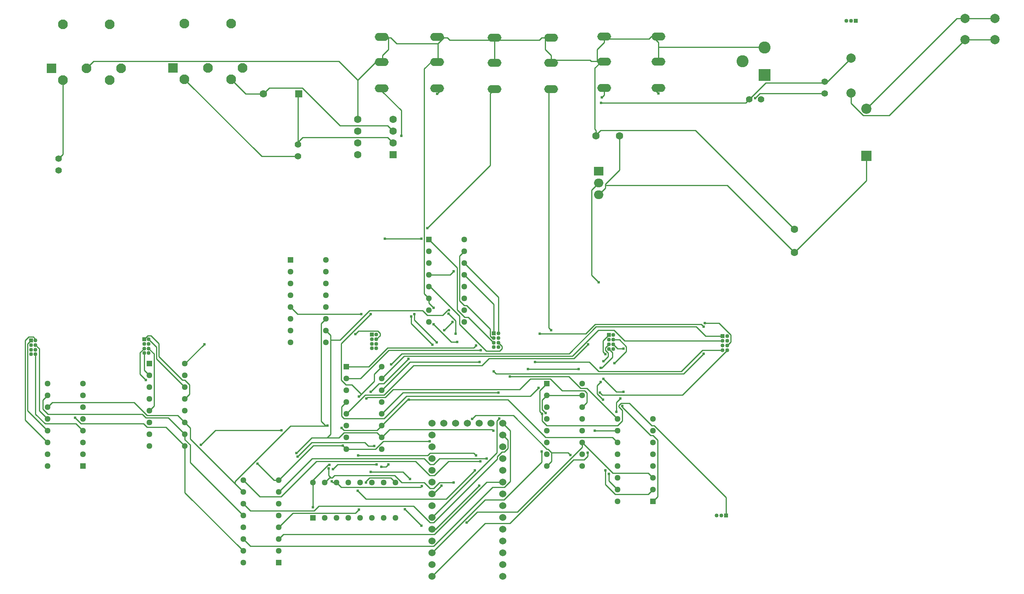
<source format=gbl>
G04 Layer: BottomLayer*
G04 EasyEDA Pro v2.2.35.2, 2025-01-25 12:46:23*
G04 Gerber Generator version 0.3*
G04 Scale: 100 percent, Rotated: No, Reflected: No*
G04 Dimensions in millimeters*
G04 Leading zeros omitted, absolute positions, 4 integers and 5 decimals*
%FSLAX45Y45*%
%MOMM*%
%ADD10C,2.0*%
%ADD11O,3.008X1.708*%
%ADD12R,1.2954X1.2954*%
%ADD13C,1.2954*%
%ADD14C,1.6*%
%ADD15C,1.4*%
%ADD16R,2.2X2.2*%
%ADD17C,2.2*%
%ADD18R,1.6X1.6*%
%ADD19R,2.6082X2.6*%
%ADD20R,2.6X2.6*%
%ADD21C,2.6*%
%ADD22C,1.53*%
%ADD23R,1.2954X1.2954*%
%ADD24R,2.1X2.1*%
%ADD25C,2.1*%
%ADD26R,1.2954X1.2954*%
%ADD27R,1.6X1.6*%
%ADD28R,2.0X1.905*%
%ADD29O,2.0X1.905*%
%ADD30R,0.85X0.85*%
%ADD31C,0.85*%
%ADD32R,0.85X0.85*%
%ADD33C,0.61*%
%ADD34C,0.254*%
G75*


G04 Pad Start*
G54D10*
G01X21020800Y-266700D03*
G01X20370800Y-266700D03*
G01X21020800Y-716700D03*
G01X20370800Y-716700D03*
G54D11*
G01X10236200Y-676300D03*
G01X10236200Y-1216300D03*
G01X10236200Y-1786300D03*
G54D12*
G01X5588000Y-12001500D03*
G54D13*
G01X5588000Y-11747500D03*
G01X5588000Y-11493500D03*
G01X5588000Y-11239500D03*
G01X5588000Y-10985500D03*
G01X5588000Y-10731500D03*
G01X5588000Y-10477500D03*
G01X5588000Y-10223500D03*
G01X4826000Y-10223500D03*
G01X4826000Y-10477500D03*
G01X4826000Y-10731500D03*
G01X4826000Y-10985500D03*
G01X4826000Y-11239500D03*
G01X4826000Y-11493500D03*
G01X4826000Y-11747500D03*
G01X4826000Y-12001500D03*
G54D10*
G01X17919700Y-1117600D03*
G01X17919700Y-1867600D03*
G54D14*
G01X12928600Y-2794000D03*
G01X12428600Y-2794000D03*
G01X16700500Y-5308600D03*
G01X16700500Y-4808600D03*
G54D15*
G01X6007100Y-3238500D03*
G01X6007100Y-2984500D03*
G54D16*
G01X18249900Y-3225800D03*
G54D17*
G01X18249900Y-2209800D03*
G54D18*
G01X6019800Y-1892300D03*
G54D14*
G01X5257800Y-1892300D03*
G54D20*
G01X16052800Y-1485900D03*
G54D21*
G01X16052800Y-885900D03*
G01X15582800Y-1185900D03*
G54D22*
G01X10414000Y-12039600D03*
G01X10414000Y-11785600D03*
G01X10414000Y-11531600D03*
G01X10414000Y-11277600D03*
G01X9906000Y-8991600D03*
G01X8890000Y-11785600D03*
G01X10414000Y-11023600D03*
G01X10414000Y-10769600D03*
G01X10414000Y-10515600D03*
G01X10414000Y-10261600D03*
G01X10414000Y-10007600D03*
G01X10414000Y-9753600D03*
G01X10414000Y-9499600D03*
G01X10414000Y-9245600D03*
G01X10414000Y-8991600D03*
G01X8890000Y-8991600D03*
G01X8890000Y-9245600D03*
G01X8890000Y-9499600D03*
G01X8890000Y-9753600D03*
G01X8890000Y-10007600D03*
G01X8890000Y-10261600D03*
G01X8890000Y-10515600D03*
G01X8890000Y-10769600D03*
G01X8890000Y-11023600D03*
G01X8890000Y-11277600D03*
G01X8890000Y-11531600D03*
G01X10414000Y-12293600D03*
G01X9652000Y-8991600D03*
G01X8890000Y-12039600D03*
G01X9144000Y-8991600D03*
G01X9398000Y-8991600D03*
G01X10160000Y-8991600D03*
G01X8890000Y-12293600D03*
G54D23*
G01X11366500Y-8140700D03*
G54D13*
G01X11366500Y-8394700D03*
G01X11366500Y-8648700D03*
G01X11366500Y-8902700D03*
G01X11366500Y-9156700D03*
G01X11366500Y-9410700D03*
G01X11366500Y-9664700D03*
G01X11366500Y-9918700D03*
G01X12128500Y-9918700D03*
G01X12128500Y-9664700D03*
G01X12128500Y-9410700D03*
G01X12128500Y-9156700D03*
G01X12128500Y-8902700D03*
G01X12128500Y-8648700D03*
G01X12128500Y-8394700D03*
G01X12128500Y-8140700D03*
G54D24*
G01X3314000Y-1325900D03*
G54D25*
G01X4064000Y-1325900D03*
G01X4814000Y-1325900D03*
G01X3564000Y-1575900D03*
G01X4564000Y-1575900D03*
G01X4564000Y-375900D03*
G01X3564000Y-375900D03*
G54D23*
G01X5842000Y-5473700D03*
G54D13*
G01X5842000Y-5727700D03*
G01X5842000Y-5981700D03*
G01X5842000Y-6235700D03*
G01X5842000Y-6489700D03*
G01X5842000Y-6743700D03*
G01X5842000Y-6997700D03*
G01X5842000Y-7251700D03*
G01X6604000Y-7251700D03*
G01X6604000Y-6997700D03*
G01X6604000Y-6743700D03*
G01X6604000Y-6489700D03*
G01X6604000Y-6235700D03*
G01X6604000Y-5981700D03*
G01X6604000Y-5727700D03*
G01X6604000Y-5473700D03*
G54D26*
G01X6324600Y-11036300D03*
G54D13*
G01X6578600Y-11036300D03*
G01X6832600Y-11036300D03*
G01X7086600Y-11036300D03*
G01X7340600Y-11036300D03*
G01X7594600Y-11036300D03*
G01X7848600Y-11036300D03*
G01X8102600Y-11036300D03*
G01X8102600Y-10274300D03*
G01X7848600Y-10274300D03*
G01X7594600Y-10274300D03*
G01X7340600Y-10274300D03*
G01X7086600Y-10274300D03*
G01X6832600Y-10274300D03*
G01X6578600Y-10274300D03*
G01X6324600Y-10274300D03*
G54D11*
G01X12598400Y-650900D03*
G01X12598400Y-1190900D03*
G01X12598400Y-1760900D03*
G54D23*
G01X2806700Y-7708900D03*
G54D13*
G01X2806700Y-7962900D03*
G01X2806700Y-8216900D03*
G01X2806700Y-8470900D03*
G01X2806700Y-8724900D03*
G01X2806700Y-8978900D03*
G01X2806700Y-9232900D03*
G01X2806700Y-9486900D03*
G01X3568700Y-9486900D03*
G01X3568700Y-9232900D03*
G01X3568700Y-8978900D03*
G01X3568700Y-8724900D03*
G01X3568700Y-8470900D03*
G01X3568700Y-8216900D03*
G01X3568700Y-7962900D03*
G01X3568700Y-7708900D03*
G54D11*
G01X13766800Y-650900D03*
G01X13766800Y-1190900D03*
G01X13766800Y-1760900D03*
G54D15*
G01X17348200Y-1625600D03*
G01X17348200Y-1879600D03*
G54D23*
G01X7048500Y-7772400D03*
G54D13*
G01X7048500Y-8026400D03*
G01X7048500Y-8280400D03*
G01X7048500Y-8534400D03*
G01X7048500Y-8788400D03*
G01X7048500Y-9042400D03*
G01X7048500Y-9296400D03*
G01X7048500Y-9550400D03*
G01X7810500Y-9550400D03*
G01X7810500Y-9296400D03*
G01X7810500Y-9042400D03*
G01X7810500Y-8788400D03*
G01X7810500Y-8534400D03*
G01X7810500Y-8280400D03*
G01X7810500Y-8026400D03*
G01X7810500Y-7772400D03*
G54D27*
G01X8051800Y-3200400D03*
G54D14*
G01X8051800Y-2946400D03*
G01X8051800Y-2692400D03*
G01X8051800Y-2438400D03*
G01X7289800Y-2438400D03*
G01X7289800Y-2692400D03*
G01X7289800Y-2946400D03*
G01X7289800Y-3200400D03*
G54D12*
G01X13652500Y-10680700D03*
G54D13*
G01X13652500Y-10426700D03*
G01X13652500Y-10172700D03*
G01X13652500Y-9918700D03*
G01X13652500Y-9664700D03*
G01X13652500Y-9410700D03*
G01X13652500Y-9156700D03*
G01X13652500Y-8902700D03*
G01X12890500Y-8902700D03*
G01X12890500Y-9156700D03*
G01X12890500Y-9410700D03*
G01X12890500Y-9664700D03*
G01X12890500Y-9918700D03*
G01X12890500Y-10172700D03*
G01X12890500Y-10426700D03*
G01X12890500Y-10680700D03*
G54D12*
G01X1371600Y-9918700D03*
G54D13*
G01X1371600Y-9664700D03*
G01X1371600Y-9410700D03*
G01X1371600Y-9156700D03*
G01X1371600Y-8902700D03*
G01X1371600Y-8648700D03*
G01X1371600Y-8394700D03*
G01X1371600Y-8140700D03*
G01X609600Y-8140700D03*
G01X609600Y-8394700D03*
G01X609600Y-8648700D03*
G01X609600Y-8902700D03*
G01X609600Y-9156700D03*
G01X609600Y-9410700D03*
G01X609600Y-9664700D03*
G01X609600Y-9918700D03*
G54D11*
G01X11455400Y-676300D03*
G01X11455400Y-1216300D03*
G01X11455400Y-1786300D03*
G54D23*
G01X8826500Y-5029200D03*
G54D13*
G01X8826500Y-5283200D03*
G01X8826500Y-5537200D03*
G01X8826500Y-5791200D03*
G01X8826500Y-6045200D03*
G01X8826500Y-6299200D03*
G01X8826500Y-6553200D03*
G01X8826500Y-6807200D03*
G01X9588500Y-6807200D03*
G01X9588500Y-6553200D03*
G01X9588500Y-6299200D03*
G01X9588500Y-6045200D03*
G01X9588500Y-5791200D03*
G01X9588500Y-5537200D03*
G01X9588500Y-5283200D03*
G01X9588500Y-5029200D03*
G54D24*
G01X697800Y-1338600D03*
G54D25*
G01X1447800Y-1338600D03*
G01X2197800Y-1338600D03*
G01X947800Y-1588600D03*
G01X1947800Y-1588600D03*
G01X1947800Y-388600D03*
G01X947800Y-388600D03*
G54D15*
G01X850900Y-3289300D03*
G01X850900Y-3543300D03*
G54D11*
G01X9004300Y-663600D03*
G01X9004300Y-1203600D03*
G01X9004300Y-1773600D03*
G54D28*
G01X12484100Y-3556000D03*
G54D29*
G01X12484100Y-3810000D03*
G01X12484100Y-4064000D03*
G54D11*
G01X7810500Y-663600D03*
G01X7810500Y-1203600D03*
G01X7810500Y-1773600D03*
G54D15*
G01X15722600Y-2006600D03*
G01X15976600Y-2006600D03*
G54D30*
G01X254000Y-7205700D03*
G54D31*
G01X354000Y-7205700D03*
G01X254000Y-7305700D03*
G01X354000Y-7305700D03*
G01X254000Y-7405700D03*
G01X354000Y-7405700D03*
G01X254000Y-7505700D03*
G01X354000Y-7505700D03*
G54D30*
G01X2692400Y-7180300D03*
G54D31*
G01X2792400Y-7180300D03*
G01X2692400Y-7280300D03*
G01X2792400Y-7280300D03*
G01X2692400Y-7380300D03*
G01X2792400Y-7380300D03*
G01X2692400Y-7480300D03*
G01X2792400Y-7480300D03*
G54D30*
G01X7594600Y-7078700D03*
G54D31*
G01X7694600Y-7078700D03*
G01X7594600Y-7178700D03*
G01X7694600Y-7178700D03*
G01X7594600Y-7278700D03*
G01X7694600Y-7278700D03*
G01X7594600Y-7378700D03*
G01X7694600Y-7378700D03*
G54D30*
G01X10223500Y-7053300D03*
G54D31*
G01X10323500Y-7053300D03*
G01X10223500Y-7153300D03*
G01X10323500Y-7153300D03*
G01X10223500Y-7253300D03*
G01X10323500Y-7253300D03*
G01X10223500Y-7353300D03*
G01X10323500Y-7353300D03*
G54D30*
G01X12700000Y-7091400D03*
G54D31*
G01X12800000Y-7091400D03*
G01X12700000Y-7191400D03*
G01X12800000Y-7191400D03*
G01X12700000Y-7291400D03*
G01X12800000Y-7291400D03*
G01X12700000Y-7391400D03*
G01X12800000Y-7391400D03*
G54D30*
G01X15151100Y-7116800D03*
G54D31*
G01X15251100Y-7116800D03*
G01X15151100Y-7216800D03*
G01X15251100Y-7216800D03*
G01X15151100Y-7316800D03*
G01X15251100Y-7316800D03*
G01X15151100Y-7416800D03*
G01X15251100Y-7416800D03*
G54D32*
G01X18022000Y-317000D03*
G54D31*
G01X17922000Y-317000D03*
G01X17822000Y-317000D03*
G54D32*
G01X15228000Y-10985000D03*
G54D31*
G01X15128000Y-10985000D03*
G01X15028000Y-10985000D03*
G04 Pad End*

G04 Via Start*
G54D33*
G01X11252200Y-9601200D03*
G01X11264900Y-8788400D03*
G01X6324600Y-10807700D03*
G01X6680200Y-9893300D03*
G01X7315200Y-8420100D03*
G01X7569200Y-6642100D03*
G01X7874000Y-5016500D03*
G01X8661400Y-5016500D03*
G01X3987800Y-7289800D03*
G01X12534900Y-2082800D03*
G01X9398000Y-7061200D03*
G01X9245600Y-6629400D03*
G01X12547600Y-1964100D03*
G01X13766800Y-1879600D03*
G01X8788400Y-4783500D03*
G01X8509000Y-6637700D03*
G01X8991600Y-7247300D03*
G01X8902700Y-7302500D03*
G01X8445500Y-6692900D03*
G01X9004300Y-1892300D03*
G01X8229600Y-2794000D03*
G01X10337800Y-8890000D03*
G01X11455400Y-6985000D03*
G01X2730500Y-8064500D03*
G01X7239000Y-7073900D03*
G01X7366000Y-6642100D03*
G01X9359900Y-5715000D03*
G01X12623800Y-7505700D03*
G01X12865100Y-8750300D03*
G01X12952400Y-8456600D03*
G01X12700000Y-10083800D03*
G01X12825400Y-7697800D03*
G01X12992100Y-8623300D03*
G01X13017500Y-8318500D03*
G01X12585700Y-8039100D03*
G01X12585700Y-7658100D03*
G01X13017500Y-7381900D03*
G01X12623800Y-10007600D03*
G01X12573000Y-8483600D03*
G01X12522200Y-8102600D03*
G01X12522200Y-7797800D03*
G01X8013700Y-7721600D03*
G01X9918700Y-7670800D03*
G01X10223500Y-7874000D03*
G01X14744700Y-7493000D03*
G01X10325100Y-8331200D03*
G01X10960100Y-7823200D03*
G01X12052300Y-7823200D03*
G01X9840900Y-7316800D03*
G01X11212500Y-7062800D03*
G01X14743100Y-6910400D03*
G01X12253900Y-7291400D03*
G01X14768500Y-6834200D03*
G01X9944100Y-7416800D03*
G01X11112500Y-7670800D03*
G01X11188700Y-8229600D03*
G01X12509500Y-8331200D03*
G01X8928100Y-6502400D03*
G01X8928100Y-6858000D03*
G01X9436100Y-7239000D03*
G01X9753600Y-8902700D03*
G01X11874500Y-9677400D03*
G01X8839200Y-9385300D03*
G01X6972300Y-9474200D03*
G01X5130800Y-9867900D03*
G01X7289800Y-10452100D03*
G01X9817100Y-10007600D03*
G01X10071100Y-9753600D03*
G01X9931400Y-9817100D03*
G01X8661400Y-11201400D03*
G01X8305800Y-10845800D03*
G01X7797800Y-9931400D03*
G01X7950200Y-9880600D03*
G01X15849600Y-1981200D03*
G01X7696200Y-9880600D03*
G01X6756400Y-9982200D03*
G01X7315200Y-10858500D03*
G01X7467600Y-10274300D03*
G01X6642100Y-9042400D03*
G01X6946900Y-9093200D03*
G01X8394700Y-8483600D03*
G01X9156700Y-6985000D03*
G01X9334500Y-6807200D03*
G01X5969000Y-9639300D03*
G01X9258300Y-6553200D03*
G01X10210800Y-9156700D03*
G01X12395200Y-9156700D03*
G01X1206500Y-8877300D03*
G01X5994400Y-9715500D03*
G01X7645400Y-9486900D03*
G01X7569200Y-8318500D03*
G01X8382000Y-7607300D03*
G01X10566400Y-7988300D03*
G01X9842500Y-9690100D03*
G01X7302500Y-9690100D03*
G01X5651500Y-9144000D03*
G01X3911600Y-9461500D03*
G01X8674100Y-10350500D03*
G01X6731000Y-10248900D03*
G01X9359900Y-10274300D03*
G01X6667500Y-9969500D03*
G01X8420100Y-10198100D03*
G01X7569200Y-10045700D03*
G01X9639300Y-11137900D03*
G01X7480300Y-8458200D03*
G01X9906000Y-10337800D03*
G01X11341100Y-8775700D03*
G01X12242800Y-9626600D03*
G01X12484100Y-5956300D03*
G01X9093200Y-10337800D03*
G04 Via End*

G04 Track Start*
G54D34*
G01X8890000Y-11785600D02*
G01X10033000Y-10642600D01*
G01X10439400Y-10642600D01*
G01X11252200Y-9829800D01*
G01X11252200Y-9601200D01*
G01X11264900Y-8788400D02*
G01X11214100Y-8737600D01*
G01X11214100Y-8293100D01*
G01X11366500Y-8140700D01*
G01X11264900Y-8788400D02*
G01X11264900Y-8940800D01*
G01X11366500Y-9042400D01*
G01X12890500Y-9042400D01*
G01X12992100Y-8940800D01*
G01X12992100Y-8712200D01*
G01X12915900Y-8636000D01*
G01X12915900Y-8610600D01*
G01X12966700Y-8559800D01*
G01X13144500Y-8559800D01*
G01X13627100Y-9042400D01*
G01X13677900Y-9042400D01*
G01X15227300Y-10591800D01*
G01X15227300Y-10984300D01*
G01X6324600Y-10807700D02*
G01X6324600Y-10274300D01*
G01X6324600Y-10274300D02*
G01X6324600Y-10223500D01*
G01X6654800Y-9893300D01*
G01X6680200Y-9893300D01*
G01X7645400Y-8089900D02*
G01X7645400Y-7937500D01*
G01X7810500Y-7772400D01*
G01X7366000Y-8369300D02*
G01X7162800Y-8166100D01*
G01X7035800Y-8166100D01*
G01X6934200Y-8064500D01*
G01X6934200Y-7277100D01*
G01X7569200Y-6642100D01*
G01X7874000Y-5016500D02*
G01X8661400Y-5016500D01*
G01X3987800Y-7289800D02*
G01X3568700Y-7708900D01*
G01X12534900Y-2082800D02*
G01X15646400Y-2082800D01*
G01X15722600Y-2006600D01*
G01X16078200Y-1651000D01*
G01X17322800Y-1651000D01*
G01X17348200Y-1625600D01*
G01X17411700Y-1625600D01*
G01X17919700Y-1117600D01*
G01X9398000Y-7061200D02*
G01X9398000Y-6781800D01*
G01X9245600Y-6629400D01*
G01X12547600Y-1964100D02*
G01X12598400Y-1913300D01*
G01X12598400Y-1760900D01*
G01X13766800Y-1879600D02*
G01X13716000Y-1828800D01*
G01X13716000Y-1811700D01*
G01X13766800Y-1760900D01*
G01X10236200Y-1786300D02*
G01X10146397Y-1876103D01*
G01X10146397Y-3425503D01*
G01X8788400Y-4783500D01*
G01X8509000Y-6637700D02*
G01X8509000Y-6764700D01*
G01X8991600Y-7247300D01*
G01X8902700Y-7302500D02*
G01X8445500Y-6845300D01*
G01X8445500Y-6692900D01*
G01X9004300Y-1892300D02*
G01X9055100Y-1841500D01*
G01X9055100Y-1824400D01*
G01X9004300Y-1773600D01*
G01X8229600Y-2794000D02*
G01X8229600Y-2247900D01*
G01X7810500Y-1828800D01*
G01X7810500Y-1773600D01*
G01X8890000Y-11023600D02*
G01X10287000Y-9626600D01*
G01X10287000Y-8940800D01*
G01X10337800Y-8890000D01*
G01X11455400Y-6985000D02*
G01X11404600Y-6934200D01*
G01X11404600Y-1837100D01*
G01X11455400Y-1786300D01*
G01X609600Y-9156700D02*
G01X177800Y-8724900D01*
G01X177800Y-7281900D01*
G01X254000Y-7205700D01*
G01X609600Y-9410700D02*
G01X127000Y-8928100D01*
G01X127000Y-7205700D01*
G01X203200Y-7129500D01*
G01X304800Y-7129500D01*
G01X354000Y-7178700D01*
G01X354000Y-7205700D01*
G01X609600Y-8902700D02*
G01X431800Y-8724900D01*
G01X431800Y-7383500D01*
G01X354000Y-7305700D01*
G01X1371600Y-9156700D02*
G01X1219200Y-9004300D01*
G01X558800Y-9004300D01*
G01X354000Y-8799500D01*
G01X354000Y-7505700D01*
G01X3568700Y-8470900D02*
G01X3670300Y-8369300D01*
G01X3670300Y-8166100D01*
G01X3568700Y-8064500D01*
G01X3517900Y-8064500D01*
G01X3009900Y-7556500D01*
G01X3009900Y-7277100D01*
G01X2836900Y-7104100D01*
G01X2768600Y-7104100D01*
G01X2692400Y-7180300D01*
G01X3568700Y-8216900D02*
G01X2959100Y-7607300D01*
G01X2959100Y-7347000D01*
G01X2792400Y-7180300D01*
G01X2730500Y-8064500D02*
G01X2603500Y-7937500D01*
G01X2603500Y-7469200D01*
G01X2692400Y-7380300D01*
G01X2806700Y-8724900D02*
G01X2908300Y-8623300D01*
G01X2908300Y-7496200D01*
G01X2792400Y-7380300D01*
G01X2806700Y-7962900D02*
G01X2692400Y-7848600D01*
G01X2692400Y-7480300D01*
G01X7239000Y-7073900D02*
G01X7310400Y-7002500D01*
G01X7721600Y-7002500D01*
G01X7772400Y-7053300D01*
G01X7772400Y-7100900D01*
G01X7694600Y-7178700D01*
G01X5842000Y-6489700D02*
G01X5994400Y-6642100D01*
G01X7366000Y-6642100D01*
G01X9588500Y-5791200D02*
G01X10223500Y-6426200D01*
G01X10223500Y-7053300D01*
G01X9588500Y-5537200D02*
G01X10323500Y-6272200D01*
G01X10323500Y-7053300D01*
G01X9588500Y-5283200D02*
G01X9486900Y-5384800D01*
G01X9486900Y-6350000D01*
G01X9588500Y-6451600D01*
G01X9639300Y-6451600D01*
G01X10147300Y-6959600D01*
G01X10147300Y-7112000D01*
G01X10188600Y-7153300D01*
G01X10223500Y-7153300D01*
G01X8826500Y-5029200D02*
G01X9436100Y-5638800D01*
G01X9436100Y-6542100D01*
G01X9599600Y-6705600D01*
G01X9675800Y-6705600D01*
G01X10223500Y-7253300D01*
G01X8826500Y-6045200D02*
G01X8851900Y-6045200D01*
G01X9486900Y-6680200D01*
G01X9486900Y-6858000D01*
G01X10060000Y-7431100D01*
G01X10348900Y-7431100D01*
G01X10399700Y-7380300D01*
G01X10399700Y-7329500D01*
G01X10323500Y-7253300D01*
G01X8826500Y-5791200D02*
G01X9283700Y-5791200D01*
G01X9359900Y-5715000D01*
G01X12623800Y-7505700D02*
G01X12573000Y-7454900D01*
G01X12573000Y-7218400D01*
G01X12700000Y-7091400D01*
G01X12865100Y-8750300D02*
G01X12865100Y-8543900D01*
G01X12952400Y-8456600D01*
G01X12890500Y-10426700D02*
G01X12700000Y-10236200D01*
G01X12700000Y-10083800D01*
G01X12825400Y-7697800D02*
G01X13079400Y-7443800D01*
G01X13079400Y-7342200D01*
G01X12928600Y-7191400D01*
G01X12800000Y-7191400D01*
G01X13652500Y-10680700D02*
G01X13754100Y-10579100D01*
G01X13754100Y-9359900D01*
G01X13652500Y-9258300D01*
G01X13601700Y-9258300D01*
G01X12992100Y-8648700D01*
G01X12992100Y-8623300D01*
G01X13017500Y-8318500D02*
G01X12865100Y-8318500D01*
G01X12585700Y-8039100D01*
G01X12585700Y-7658100D02*
G01X12687300Y-7556500D01*
G01X12687300Y-7480300D01*
G01X12623800Y-7416800D01*
G01X12623800Y-7367600D01*
G01X12700000Y-7291400D01*
G01X13017500Y-7381900D02*
G01X12890500Y-7381900D01*
G01X12800000Y-7291400D01*
G01X13652500Y-10426700D02*
G01X13550900Y-10528300D01*
G01X12839700Y-10528300D01*
G01X12623800Y-10312400D01*
G01X12623800Y-10007600D01*
G01X12573000Y-8483600D02*
G01X12446000Y-8356600D01*
G01X12446000Y-8178800D01*
G01X12522200Y-8102600D01*
G01X12522200Y-7797800D02*
G01X12547600Y-7797800D01*
G01X12776200Y-7569200D01*
G01X12776200Y-7467600D01*
G01X12700000Y-7391400D01*
G01X8013700Y-7721600D02*
G01X8242300Y-7493000D01*
G01X11849100Y-7493000D01*
G01X12428500Y-6913600D01*
G01X14587500Y-6913600D01*
G01X14790700Y-7116800D01*
G01X15151100Y-7116800D01*
G01X7810500Y-8280400D02*
G01X8420100Y-7670800D01*
G01X9918700Y-7670800D01*
G01X10223500Y-7874000D02*
G01X10276105Y-7926605D01*
G01X14311095Y-7926605D01*
G01X14744700Y-7493000D01*
G01X7810500Y-8026400D02*
G01X8293100Y-7543800D01*
G01X11918371Y-7543800D01*
G01X12473971Y-6988200D01*
G01X12811100Y-6988200D01*
G01X13039700Y-7216800D01*
G01X15151100Y-7216800D01*
G01X7810500Y-8788400D02*
G01X8267700Y-8331200D01*
G01X10325100Y-8331200D01*
G01X10960100Y-7823200D02*
G01X12052300Y-7823200D01*
G01X7048500Y-7772400D02*
G01X7531100Y-7772400D01*
G01X7935900Y-7367600D01*
G01X9790100Y-7367600D01*
G01X9840900Y-7316800D01*
G01X11212500Y-7062800D02*
G01X12203100Y-7062800D01*
G01X12406300Y-6859600D01*
G01X14692300Y-6859600D01*
G01X14743100Y-6910400D01*
G01X7048500Y-8788400D02*
G01X7454900Y-8382000D01*
G01X7861300Y-8382000D01*
G01X8496300Y-7747000D01*
G01X9969500Y-7747000D01*
G01X10121900Y-7594600D01*
G01X11950700Y-7594600D01*
G01X12253900Y-7291400D01*
G01X14768500Y-6834200D02*
G01X15073300Y-6834200D01*
G01X15327300Y-7088200D01*
G01X15327300Y-7240600D01*
G01X15251100Y-7316800D01*
G01X7048500Y-8026400D02*
G01X7353300Y-8026400D01*
G01X7962900Y-7416800D01*
G01X9944100Y-7416800D01*
G01X11112500Y-7670800D02*
G01X12280900Y-7670800D01*
G01X12485905Y-7875805D01*
G01X14260295Y-7875805D01*
G01X14719300Y-7416800D01*
G01X15151100Y-7416800D01*
G01X7048500Y-8534400D02*
G01X6946900Y-8636000D01*
G01X6946900Y-8839200D01*
G01X6997700Y-8890000D01*
G01X7861300Y-8890000D01*
G01X8343900Y-8407400D01*
G01X11010900Y-8407400D01*
G01X11188700Y-8229600D01*
G01X12509500Y-8331200D02*
G01X12560300Y-8382000D01*
G01X14285900Y-8382000D01*
G01X15251100Y-7416800D01*
G01X10236200Y-727100D02*
G01X11201400Y-727100D01*
G01X11252200Y-676300D01*
G01X11328400Y-676300D01*
G01X11379200Y-625500D01*
G01X11404600Y-625500D01*
G01X11455400Y-676300D01*
G01X11328400Y-676300D02*
G01X11328400Y-930300D01*
G01X11455400Y-1057300D01*
G01X11455400Y-1158900D02*
G01X12293600Y-1158900D01*
G01X12319000Y-1184300D01*
G01X12446000Y-1184300D01*
G01X12496800Y-1235100D01*
G01X12547600Y-1235100D01*
G01X12573000Y-1209700D01*
G01X12598400Y-1190900D01*
G01X12446000Y-1184300D02*
G01X12446000Y-930300D01*
G01X12598400Y-777900D01*
G01X12598400Y-701700D02*
G01X13563600Y-701700D01*
G01X13614400Y-650900D01*
G01X13639800Y-650900D01*
G01X13690600Y-600100D01*
G01X13716000Y-600100D01*
G01X13766800Y-650900D01*
G01X13639800Y-650900D02*
G01X13766800Y-777900D01*
G01X10236200Y-727100D02*
G01X9271000Y-727100D01*
G01X9220200Y-676300D01*
G01X9144000Y-676300D01*
G01X9080500Y-612800D01*
G01X9055100Y-612800D01*
G01X9004300Y-663600D01*
G01X9144000Y-676300D02*
G01X9017000Y-803300D01*
G01X9017000Y-1158900D01*
G01X9004300Y-1171600D01*
G01X9004300Y-1203600D01*
G01X9017000Y-803300D02*
G01X8128000Y-803300D01*
G01X8001000Y-676300D01*
G01X7950200Y-676300D01*
G01X7886700Y-612800D01*
G01X7861300Y-612800D01*
G01X7810500Y-663600D01*
G01X7950200Y-676300D02*
G01X7950200Y-930300D01*
G01X7823200Y-1057300D01*
G01X7823200Y-1184300D02*
G01X7810500Y-1203600D01*
G01X7823200Y-1158900D02*
G01X7721600Y-1158900D01*
G01X7289800Y-1590700D01*
G01X7289800Y-2438400D01*
G01X12496800Y-1235100D02*
G01X12403200Y-1328700D01*
G01X12403200Y-2649500D01*
G01X12428600Y-2674900D01*
G01X13766800Y-879500D02*
G01X16046400Y-879500D01*
G01X16052800Y-885900D01*
G01X12428600Y-2776500D02*
G01X12530200Y-2674900D01*
G01X14566800Y-2674900D01*
G01X16700500Y-4808600D01*
G01X9017000Y-1158900D02*
G01X8915400Y-1158900D01*
G01X8724900Y-1349400D01*
G01X8724900Y-6197600D01*
G01X8826500Y-6299200D01*
G01X8826500Y-6400800D01*
G01X8928100Y-6502400D01*
G01X8928100Y-6858000D02*
G01X9309100Y-7239000D01*
G01X9436100Y-7239000D01*
G01X9753600Y-8902700D02*
G01X9829800Y-8826500D01*
G01X10642600Y-8826500D01*
G01X11366500Y-9550400D01*
G01X11391900Y-9550400D01*
G01X11468100Y-9626600D01*
G01X11468100Y-9817100D01*
G01X11366500Y-9918700D01*
G01X11468100Y-9626600D02*
G01X11823700Y-9626600D01*
G01X11874500Y-9677400D01*
G01X8839200Y-9385300D02*
G01X7841805Y-9385300D01*
G01X7676705Y-9550400D01*
G01X7048500Y-9550400D01*
G01X6972300Y-9474200D01*
G01X6337300Y-9474200D01*
G01X5588000Y-10223500D01*
G01X5486400Y-10223500D01*
G01X5130800Y-9867900D01*
G01X7289800Y-1590700D02*
G01X6883400Y-1184300D01*
G01X1602100Y-1184300D01*
G01X1447800Y-1338600D01*
G01X5588000Y-11493500D02*
G01X5689600Y-11391900D01*
G01X8940800Y-11391900D01*
G01X10071100Y-10261600D01*
G01X10414000Y-10261600D01*
G01X7289800Y-10452100D02*
G01X7467600Y-10629900D01*
G01X9194800Y-10629900D01*
G01X9817100Y-10007600D01*
G01X5588000Y-10477500D02*
G01X6311900Y-9753600D01*
G01X8724900Y-9753600D01*
G01X8851900Y-9880600D01*
G01X8928100Y-9880600D01*
G01X9055100Y-9753600D01*
G01X10071100Y-9753600D01*
G01X4826000Y-10223500D02*
G01X5181600Y-10579100D01*
G01X5638800Y-10579100D01*
G01X6400800Y-9817100D01*
G01X8534400Y-9817100D01*
G01X8839200Y-10121900D01*
G01X8940800Y-10121900D01*
G01X9245600Y-9817100D01*
G01X9931400Y-9817100D01*
G01X4826000Y-10731500D02*
G01X4978400Y-10883900D01*
G01X6350000Y-10883900D01*
G01X6451600Y-10782300D01*
G01X8496300Y-10782300D01*
G01X8851900Y-11137900D01*
G01X8928100Y-11137900D01*
G01X10299700Y-9766300D01*
G01X10299700Y-9715500D01*
G01X10401300Y-9613900D01*
G01X10452100Y-9613900D01*
G01X10528300Y-9537700D01*
G01X10528300Y-9359900D01*
G01X10414000Y-9245600D01*
G01X4826000Y-11493500D02*
G01X4978400Y-11645900D01*
G01X8928100Y-11645900D01*
G01X10198100Y-10375900D01*
G01X10452100Y-10375900D01*
G01X10579100Y-10248900D01*
G01X10579100Y-9156700D01*
G01X10414000Y-8991600D01*
G01X8661400Y-11201400D02*
G01X8305800Y-10845800D01*
G01X7797800Y-9931400D02*
G01X7899400Y-9931400D01*
G01X7950200Y-9880600D01*
G01X15849600Y-1981200D02*
G01X15951200Y-1879600D01*
G01X17348200Y-1879600D01*
G01X7696200Y-9880600D02*
G01X6858000Y-9880600D01*
G01X6756400Y-9982200D01*
G01X5588000Y-11239500D02*
G01X5892800Y-10934700D01*
G01X7239000Y-10934700D01*
G01X7315200Y-10858500D01*
G01X7467600Y-10274300D02*
G01X7467600Y-10248900D01*
G01X7543800Y-10172700D01*
G01X8001000Y-10172700D01*
G01X8102600Y-10274300D01*
G01X3683000Y-9334500D02*
G01X3683000Y-9093200D01*
G01X3568700Y-8978900D01*
G01X3416300Y-8826500D01*
G01X2755900Y-8826500D01*
G01X2476500Y-8547100D01*
G01X711200Y-8547100D01*
G01X609600Y-8648700D01*
G01X4648200Y-10299700D02*
G01X4648200Y-10248900D01*
G01X5842000Y-9055100D01*
G01X6629400Y-9055100D02*
G01X6642100Y-9042400D01*
G01X6946900Y-9093200D02*
G01X6997700Y-9144000D01*
G01X7708900Y-9144000D01*
G01X7810500Y-9042400D01*
G01X6604000Y-9055100D02*
G01X6502400Y-8953500D01*
G01X6502400Y-6845300D01*
G01X6604000Y-6743700D01*
G01X7810500Y-9042400D02*
G01X8369300Y-8483600D01*
G01X8394700Y-8483600D01*
G01X9156700Y-6985000D02*
G01X9334500Y-6807200D01*
G01X8394700Y-8483600D02*
G01X10528300Y-8483600D01*
G01X11341100Y-9296400D01*
G01X12776200Y-9296400D01*
G01X12890500Y-9410700D01*
G01X4826000Y-10985500D02*
G01X3683000Y-9842500D01*
G01X3683000Y-9461500D01*
G01X3568700Y-9347200D01*
G01X3568700Y-9232900D01*
G01X3213100Y-8877300D01*
G01X2730500Y-8877300D01*
G01X2654300Y-8801100D01*
G01X622300Y-8801100D01*
G01X508000Y-8686800D01*
G01X508000Y-8496300D01*
G01X609600Y-8394700D01*
G01X5969000Y-9639300D02*
G01X6299200Y-9309100D01*
G01X6883400Y-9309100D02*
G01X6997700Y-9194800D01*
G01X7708900Y-9194800D01*
G01X7810500Y-9296400D01*
G01X6629400Y-9309100D02*
G01X6705600Y-9232900D01*
G01X6705600Y-7099300D02*
G01X6604000Y-6997700D01*
G01X6705600Y-7200900D02*
G01X6908800Y-7200900D01*
G01X7543800Y-6565900D01*
G01X8686800Y-6565900D01*
G01X8788400Y-6667500D01*
G01X9118600Y-6667500D01*
G01X9220200Y-6565900D01*
G01X9245600Y-6565900D01*
G01X9258300Y-6553200D01*
G01X7810500Y-9296400D02*
G01X7975600Y-9131300D01*
G01X10185400Y-9131300D01*
G01X10210800Y-9156700D01*
G01X12395200Y-9156700D02*
G01X12890500Y-9156700D01*
G01X4826000Y-11747500D02*
G01X3568700Y-10490200D01*
G01X3568700Y-9486900D01*
G01X3162300Y-9080500D01*
G01X2755900Y-9080500D01*
G01X2679700Y-9004300D01*
G01X1333500Y-9004300D01*
G01X1206500Y-8877300D01*
G01X5994400Y-9715500D02*
G01X6299200Y-9410700D01*
G01X7442200Y-9410700D01*
G01X7518400Y-9486900D01*
G01X7645400Y-9486900D01*
G01X7569200Y-8318500D02*
G01X7747000Y-8140700D01*
G01X7848600Y-8140700D01*
G01X8382000Y-7607300D01*
G01X10566400Y-7988300D02*
G01X11836400Y-7988300D01*
G01X12090400Y-8242300D01*
G01X12230100Y-8242300D01*
G01X12890500Y-8902700D01*
G01X9842500Y-9690100D02*
G01X9791700Y-9639300D01*
G01X8851900Y-9639300D01*
G01X8801100Y-9690100D01*
G01X7302500Y-9690100D01*
G01X5651500Y-9144000D02*
G01X4229100Y-9144000D01*
G01X3911600Y-9461500D01*
G01X8674100Y-10350500D02*
G01X8648700Y-10375900D01*
G01X6934200Y-10375900D01*
G01X6832600Y-10274300D01*
G01X6756400Y-10274300D01*
G01X6731000Y-10248900D01*
G01X9359900Y-10274300D02*
G01X9055100Y-10274300D01*
G01X8928100Y-10401300D01*
G01X8851900Y-10401300D01*
G01X8724900Y-10274300D01*
G01X8242300Y-10274300D01*
G01X8089900Y-10121900D01*
G01X6794500Y-10121900D01*
G01X6743700Y-10172700D01*
G01X6680200Y-10172700D02*
G01X6578600Y-10274300D01*
G01X6718300Y-10172700D02*
G01X6667500Y-10121900D01*
G01X6667500Y-9969500D01*
G01X8420100Y-10198100D02*
G01X8267700Y-10045700D01*
G01X7569200Y-10045700D01*
G01X12128500Y-9410700D02*
G01X12788900Y-10071100D01*
G01X13550900Y-10071100D01*
G01X13652500Y-10172700D01*
G01X12128500Y-9410700D02*
G01X12128500Y-9512300D01*
G01X10731500Y-10909300D01*
G01X9867900Y-10909300D01*
G01X9639300Y-11137900D01*
G01X12128500Y-8648700D02*
G01X12230100Y-8547100D01*
G01X12230100Y-8343900D01*
G01X12179300Y-8293100D01*
G01X11696700Y-8293100D01*
G01X11442700Y-8039100D01*
G01X11010900Y-8039100D01*
G01X10782300Y-8267700D01*
G01X8051800Y-8267700D01*
G01X7886700Y-8432800D01*
G01X7505700Y-8432800D01*
G01X7480300Y-8458200D01*
G01X8890000Y-11277600D02*
G01X8966200Y-11277600D01*
G01X9906000Y-10337800D01*
G01X11341100Y-8775700D02*
G01X11264900Y-8699500D01*
G01X11264900Y-8496300D01*
G01X11366500Y-8394700D01*
G01X12128500Y-8394700D01*
G01X12928600Y-2794000D02*
G01X12928600Y-3530600D01*
G01X12623800Y-3835400D01*
G01X12623800Y-3924300D02*
G01X12484100Y-4064000D01*
G01X12623800Y-3860800D02*
G01X15252700Y-3860800D01*
G01X16700500Y-5308600D01*
G01X18249900Y-3759200D01*
G01X18249900Y-3225800D01*
G01X6007100Y-1905000D02*
G01X6019800Y-1892300D01*
G01X6007100Y-2933700D02*
G01X6108700Y-2832100D01*
G01X7937500Y-2832100D01*
G01X8051800Y-2946400D01*
G01X5257800Y-1892300D02*
G01X4880400Y-1892300D01*
G01X4564000Y-1575900D01*
G01X5257800Y-1892300D02*
G01X5384800Y-1765300D01*
G01X6096000Y-1765300D01*
G01X6908800Y-2578100D01*
G01X7937500Y-2578100D01*
G01X8051800Y-2692400D01*
G01X21020800Y-266700D02*
G01X20370800Y-266700D01*
G01X20193000Y-266700D01*
G01X18249900Y-2209800D01*
G01X947800Y-1588600D02*
G01X947800Y-3192400D01*
G01X850900Y-3289300D01*
G01X6007100Y-3238500D02*
G01X5226600Y-3238500D01*
G01X3564000Y-1575900D01*
G01X21020800Y-716700D02*
G01X20370800Y-716700D01*
G01X18737300Y-2350200D01*
G01X18178500Y-2350200D01*
G01X17919700Y-2091400D01*
G01X17919700Y-1867600D01*
G01X8890000Y-12293600D02*
G01X10033000Y-11150600D01*
G01X10566400Y-11150600D01*
G01X11938000Y-9779000D01*
G01X12166600Y-9779000D01*
G01X12242800Y-9702800D01*
G01X12242800Y-9626600D01*
G01X12484100Y-5956300D02*
G01X12331700Y-5803900D01*
G01X12331700Y-3962400D01*
G01X12484100Y-3810000D01*
G01X8890000Y-10515600D02*
G01X8915400Y-10515600D01*
G01X9093200Y-10337800D01*
G01X7315200Y-8420100D02*
G01X7366000Y-8369300D01*
G01X7645400Y-8089900D01*
G01X10236200Y-676300D02*
G01X10236200Y-727100D01*
G01X10236200Y-1216300D01*
G01X11455400Y-1057300D02*
G01X11455400Y-1158900D01*
G01X11455400Y-1216300D01*
G01X12598400Y-777900D02*
G01X12598400Y-701700D01*
G01X12598400Y-650900D01*
G01X13766800Y-777900D02*
G01X13766800Y-879500D01*
G01X13766800Y-1190900D01*
G01X7823200Y-1057300D02*
G01X7823200Y-1158900D01*
G01X7823200Y-1184300D01*
G01X12428600Y-2674900D02*
G01X12428600Y-2776500D01*
G01X12428600Y-2794000D01*
G01X4826000Y-10477500D02*
G01X4648200Y-10299700D01*
G01X3683000Y-9334500D01*
G01X5842000Y-9055100D02*
G01X6604000Y-9055100D01*
G01X6629400Y-9055100D01*
G01X6299200Y-9309100D02*
G01X6629400Y-9309100D01*
G01X6883400Y-9309100D01*
G01X6705600Y-9232900D02*
G01X6705600Y-7200900D01*
G01X6705600Y-7099300D01*
G01X6743700Y-10172700D02*
G01X6718300Y-10172700D01*
G01X6680200Y-10172700D01*
G01X12623800Y-3835400D02*
G01X12623800Y-3860800D01*
G01X12623800Y-3924300D01*
G01X6007100Y-2984500D02*
G01X6007100Y-2933700D01*
G01X6007100Y-1905000D01*
G04 Track End*

M02*


</source>
